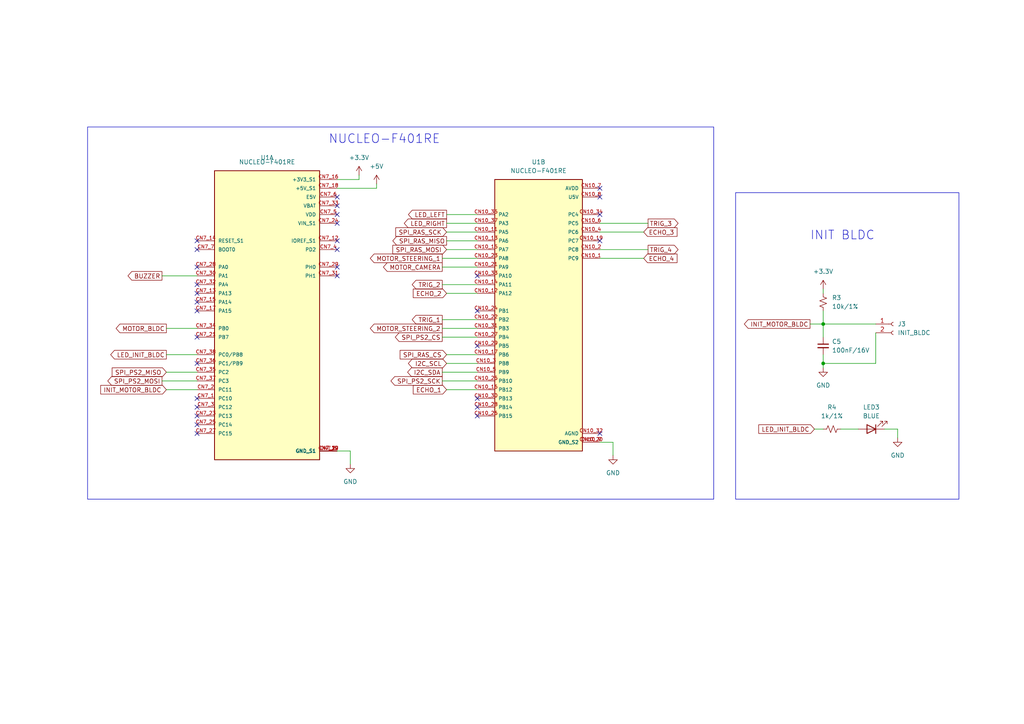
<source format=kicad_sch>
(kicad_sch (version 20230121) (generator eeschema)
  (paper "A4")
  (title_block (title "NUCLEO-F401RE") (date "2024-01-30"))
  (lib_symbols
    (symbol "Connector:Conn_01x02_Socket" (pin_names (offset 1.016) hide)
      (property "Reference" "J" (at 0 2.54 0))
      (property "Value" "Conn_01x02_Socket" (at 0 -5.08 0))
      (symbol "Conn_01x02_Socket_1_1"
        (arc (start 0 -2.032) (mid -0.5058 -2.54) (end 0 -3.048) (stroke (width 0.1524)))
        (polyline (pts (xy -1.27 -2.54) (xy -0.508 -2.54)) (stroke (width 0.1524)))
        (polyline (pts (xy -1.27 0) (xy -0.508 0)) (stroke (width 0.1524)))
        (arc (start 0 0.508) (mid -0.5058 0) (end 0 -0.508) (stroke (width 0.1524)))
        (pin passive line (at -5.08 0 0) (length 3.81) (name "Pin_1") (number "1"))
        (pin passive line (at -5.08 -2.54 0) (length 3.81) (name "Pin_2") (number "2"))
      )
    )
    (symbol "Device:C_Small" (pin_numbers hide) (pin_names (offset 0.254) hide)
      (property "Reference" "C" (at 0.254 1.778 0))
      (property "Value" "C_Small" (at 0.254 -2.032 0))
      (symbol "C_Small_0_1"
        (polyline (pts (xy -1.524 -0.508) (xy 1.524 -0.508)) (stroke (width 0.3302)))
        (polyline (pts (xy -1.524 0.508) (xy 1.524 0.508)) (stroke (width 0.3048)))
      )
      (symbol "C_Small_1_1"
        (pin passive line (at 0 2.54 270) (length 2.032) (name "~") (number "1"))
        (pin passive line (at 0 -2.54 90) (length 2.032) (name "~") (number "2"))
      )
    )
    (symbol "Device:LED" (pin_numbers hide) (pin_names (offset 1.016) hide)
      (property "Reference" "D" (at 0 2.54 0))
      (property "Value" "LED" (at 0 -2.54 0))
      (symbol "LED_0_1"
        (polyline (pts (xy -1.27 -1.27) (xy -1.27 1.27)) (stroke (width 0.254)))
        (polyline (pts (xy -1.27 0) (xy 1.27 0)))
        (polyline (pts (xy 1.27 -1.27) (xy 1.27 1.27) (xy -1.27 0) (xy 1.27 -1.27)) (stroke (width 0.254)))
        (polyline (pts (xy -3.048 -0.762) (xy -4.572 -2.286) (xy -3.81 -2.286) (xy -4.572 -2.286) (xy -4.572 -1.524)))
        (polyline (pts (xy -1.778 -0.762) (xy -3.302 -2.286) (xy -2.54 -2.286) (xy -3.302 -2.286) (xy -3.302 -1.524)))
      )
      (symbol "LED_1_1"
        (pin passive line (at -3.81 0 0) (length 2.54) (name "K") (number "1"))
        (pin passive line (at 3.81 0 180) (length 2.54) (name "A") (number "2"))
      )
    )
    (symbol "Device:R_Small_US" (pin_numbers hide) (pin_names (offset 0.254) hide)
      (property "Reference" "R" (at 0.762 0.508 0))
      (property "Value" "R_Small_US" (at 0.762 -1.016 0))
      (symbol "R_Small_US_1_1"
        (polyline (pts (xy 0 0) (xy 1.016 -0.381) (xy 0 -0.762) (xy -1.016 -1.143) (xy 0 -1.524)))
        (polyline (pts (xy 0 1.524) (xy 1.016 1.143) (xy 0 0.762) (xy -1.016 0.381) (xy 0 0)))
        (pin passive line (at 0 2.54 270) (length 1.016) (name "~") (number "1"))
        (pin passive line (at 0 -2.54 90) (length 1.016) (name "~") (number "2"))
      )
    )
    (symbol "NUCLEO-F401RE:NUCLEO-F401RE" (pin_names (offset 1.016))
      (property "Reference" "U" (at -15.24 41.91 0))
      (property "Value" "NUCLEO-F401RE" (at -15.24 -44.45 0))
      (symbol "NUCLEO-F401RE_1_0"
        (rectangle (start -15.24 -43.18) (end 15.24 40.64) (stroke (width 0.254)) (fill (type background)))
        (pin bidirectional line (at -20.32 -25.4 0) (length 5.08) (name "PC10") (number "CN7_1"))
        (pin bidirectional line (at 20.32 20.32 180) (length 5.08) (name "IOREF_S1") (number "CN7_12"))
        (pin bidirectional line (at -20.32 5.08 0) (length 5.08) (name "PA13") (number "CN7_13"))
        (pin bidirectional line (at -20.32 20.32 0) (length 5.08) (name "RESET_S1") (number "CN7_14"))
        (pin bidirectional line (at -20.32 2.54 0) (length 5.08) (name "PA14") (number "CN7_15"))
        (pin power_in line (at 20.32 38.1 180) (length 5.08) (name "+3V3_S1") (number "CN7_16"))
        (pin bidirectional line (at -20.32 0 0) (length 5.08) (name "PA15") (number "CN7_17"))
        (pin power_in line (at 20.32 35.56 180) (length 5.08) (name "+5V_S1") (number "CN7_18"))
        (pin power_in line (at 20.32 -40.64 180) (length 5.08) (name "GND_S1") (number "CN7_19"))
        (pin bidirectional line (at -20.32 -22.86 0) (length 5.08) (name "PC11") (number "CN7_2"))
        (pin power_in line (at 20.32 -40.64 180) (length 5.08) (name "GND_S1") (number "CN7_20"))
        (pin bidirectional line (at -20.32 -7.62 0) (length 5.08) (name "PB7") (number "CN7_21"))
        (pin power_in line (at 20.32 -40.64 180) (length 5.08) (name "GND_S1") (number "CN7_22"))
        (pin bidirectional line (at -20.32 -30.48 0) (length 5.08) (name "PC13") (number "CN7_23"))
        (pin power_in line (at 20.32 25.4 180) (length 5.08) (name "VIN_S1") (number "CN7_24"))
        (pin bidirectional line (at -20.32 -33.02 0) (length 5.08) (name "PC14") (number "CN7_25"))
        (pin bidirectional line (at -20.32 -35.56 0) (length 5.08) (name "PC15") (number "CN7_27"))
        (pin bidirectional line (at -20.32 12.7 0) (length 5.08) (name "PA0") (number "CN7_28"))
        (pin bidirectional line (at 20.32 12.7 180) (length 5.08) (name "PH0") (number "CN7_29"))
        (pin bidirectional line (at -20.32 -27.94 0) (length 5.08) (name "PC12") (number "CN7_3"))
        (pin bidirectional line (at -20.32 10.16 0) (length 5.08) (name "PA1") (number "CN7_30"))
        (pin bidirectional line (at 20.32 10.16 180) (length 5.08) (name "PH1") (number "CN7_31"))
        (pin bidirectional line (at -20.32 7.62 0) (length 5.08) (name "PA4") (number "CN7_32"))
        (pin power_in line (at 20.32 30.48 180) (length 5.08) (name "VBAT") (number "CN7_33"))
        (pin bidirectional line (at -20.32 -5.08 0) (length 5.08) (name "PB0") (number "CN7_34"))
        (pin bidirectional line (at -20.32 -17.78 0) (length 5.08) (name "PC2") (number "CN7_35"))
        (pin bidirectional line (at -20.32 -15.24 0) (length 5.08) (name "PC1/PB9") (number "CN7_36"))
        (pin bidirectional line (at -20.32 -20.32 0) (length 5.08) (name "PC3") (number "CN7_37"))
        (pin bidirectional line (at -20.32 -12.7 0) (length 5.08) (name "PC0/PB8") (number "CN7_38"))
        (pin bidirectional line (at 20.32 17.78 180) (length 5.08) (name "PD2") (number "CN7_4"))
        (pin power_in line (at 20.32 27.94 180) (length 5.08) (name "VDD") (number "CN7_5"))
        (pin power_in line (at 20.32 33.02 180) (length 5.08) (name "E5V") (number "CN7_6"))
        (pin bidirectional line (at -20.32 17.78 0) (length 5.08) (name "BOOT0") (number "CN7_7"))
        (pin power_in line (at 20.32 -40.64 180) (length 5.08) (name "GND_S1") (number "CN7_8"))
      )
      (symbol "NUCLEO-F401RE_2_0"
        (rectangle (start -12.7 -40.64) (end 12.7 38.1) (stroke (width 0.254)) (fill (type background)))
        (pin bidirectional line (at 17.78 15.24 180) (length 5.08) (name "PC9") (number "CN10_1"))
        (pin bidirectional line (at -17.78 22.86 0) (length 5.08) (name "PA5") (number "CN10_11"))
        (pin bidirectional line (at -17.78 5.08 0) (length 5.08) (name "PA12") (number "CN10_12"))
        (pin bidirectional line (at -17.78 20.32 0) (length 5.08) (name "PA6") (number "CN10_13"))
        (pin bidirectional line (at -17.78 7.62 0) (length 5.08) (name "PA11") (number "CN10_14"))
        (pin bidirectional line (at -17.78 17.78 0) (length 5.08) (name "PA7") (number "CN10_15"))
        (pin bidirectional line (at -17.78 -22.86 0) (length 5.08) (name "PB12") (number "CN10_16"))
        (pin bidirectional line (at -17.78 -12.7 0) (length 5.08) (name "PB6") (number "CN10_17"))
        (pin bidirectional line (at 17.78 20.32 180) (length 5.08) (name "PC7") (number "CN10_19"))
        (pin bidirectional line (at 17.78 17.78 180) (length 5.08) (name "PC8") (number "CN10_2"))
        (pin power_in line (at 17.78 -38.1 180) (length 5.08) (name "GND_S2") (number "CN10_20"))
        (pin bidirectional line (at -17.78 12.7 0) (length 5.08) (name "PA9") (number "CN10_21"))
        (pin bidirectional line (at -17.78 -2.54 0) (length 5.08) (name "PB2") (number "CN10_22"))
        (pin bidirectional line (at -17.78 15.24 0) (length 5.08) (name "PA8") (number "CN10_23"))
        (pin bidirectional line (at -17.78 0 0) (length 5.08) (name "PB1") (number "CN10_24"))
        (pin bidirectional line (at -17.78 -20.32 0) (length 5.08) (name "PB10") (number "CN10_25"))
        (pin bidirectional line (at -17.78 -30.48 0) (length 5.08) (name "PB15") (number "CN10_26"))
        (pin bidirectional line (at -17.78 -7.62 0) (length 5.08) (name "PB4") (number "CN10_27"))
        (pin bidirectional line (at -17.78 -27.94 0) (length 5.08) (name "PB14") (number "CN10_28"))
        (pin bidirectional line (at -17.78 -10.16 0) (length 5.08) (name "PB5") (number "CN10_29"))
        (pin bidirectional line (at -17.78 -15.24 0) (length 5.08) (name "PB8") (number "CN10_3"))
        (pin bidirectional line (at -17.78 -25.4 0) (length 5.08) (name "PB13") (number "CN10_30"))
        (pin bidirectional line (at -17.78 -5.08 0) (length 5.08) (name "PB3") (number "CN10_31"))
        (pin power_in line (at 17.78 -35.56 180) (length 5.08) (name "AGND") (number "CN10_32"))
        (pin bidirectional line (at -17.78 10.16 0) (length 5.08) (name "PA10") (number "CN10_33"))
        (pin bidirectional line (at 17.78 27.94 180) (length 5.08) (name "PC4") (number "CN10_34"))
        (pin bidirectional line (at -17.78 27.94 0) (length 5.08) (name "PA2") (number "CN10_35"))
        (pin bidirectional line (at -17.78 25.4 0) (length 5.08) (name "PA3") (number "CN10_37"))
        (pin bidirectional line (at 17.78 22.86 180) (length 5.08) (name "PC6") (number "CN10_4"))
        (pin bidirectional line (at -17.78 -17.78 0) (length 5.08) (name "PB9") (number "CN10_5"))
        (pin bidirectional line (at 17.78 25.4 180) (length 5.08) (name "PC5") (number "CN10_6"))
        (pin power_in line (at 17.78 35.56 180) (length 5.08) (name "AVDD") (number "CN10_7"))
        (pin power_in line (at 17.78 33.02 180) (length 5.08) (name "U5V") (number "CN10_8"))
        (pin power_in line (at 17.78 -38.1 180) (length 5.08) (name "GND_S2") (number "CN10_9"))
      )
    )
    (symbol "power:+3.3V" (power) (pin_names (offset 0))
      (property "Value" "+3.3V" (at 0 3.556 0))
      (symbol "+3.3V_0_1"
        (polyline (pts (xy -0.762 1.27) (xy 0 2.54)))
        (polyline (pts (xy 0 0) (xy 0 2.54)))
        (polyline (pts (xy 0 2.54) (xy 0.762 1.27)))
      )
      (symbol "+3.3V_1_1"
        (pin power_in line (at 0 0 90) (length 0) hide (name "+3.3V") (number "1"))
      )
    )
    (symbol "power:+5V" (power) (pin_names (offset 0))
      (property "Value" "+5V" (at 0 3.556 0))
      (symbol "+5V_0_1"
        (polyline (pts (xy -0.762 1.27) (xy 0 2.54)))
        (polyline (pts (xy 0 0) (xy 0 2.54)))
        (polyline (pts (xy 0 2.54) (xy 0.762 1.27)))
      )
      (symbol "+5V_1_1"
        (pin power_in line (at 0 0 90) (length 0) hide (name "+5V") (number "1"))
      )
    )
    (symbol "power:GND" (power) (pin_names (offset 0))
      (property "Value" "GND" (at 0 -3.81 0))
      (symbol "GND_0_1"
        (polyline (pts (xy 0 0) (xy 0 -1.27) (xy 1.27 -1.27) (xy 0 -2.54) (xy -1.27 -1.27) (xy 0 -1.27)))
      )
      (symbol "GND_1_1"
        (pin power_in line (at 0 0 270) (length 0) hide (name "GND") (number "1"))
      )
    )
  )
  (junction (at 238.76 105.41))
  (junction (at 238.76 93.98))
  (no_connect (at 138.43 80.01))
  (no_connect (at 97.79 59.69))
  (no_connect (at 173.99 125.73))
  (no_connect (at 57.15 123.19))
  (no_connect (at 97.79 77.47))
  (no_connect (at 57.15 105.41))
  (no_connect (at 57.15 77.47))
  (no_connect (at 97.79 57.15))
  (no_connect (at 57.15 97.79))
  (no_connect (at 97.79 69.85))
  (no_connect (at 57.15 72.39))
  (no_connect (at 173.99 62.23))
  (no_connect (at 57.15 115.57))
  (no_connect (at 57.15 85.09))
  (no_connect (at 57.15 90.17))
  (no_connect (at 97.79 80.01))
  (no_connect (at 57.15 118.11))
  (no_connect (at 138.43 90.17))
  (no_connect (at 57.15 69.85))
  (no_connect (at 57.15 87.63))
  (no_connect (at 97.79 72.39))
  (no_connect (at 173.99 69.85))
  (no_connect (at 57.15 120.65))
  (no_connect (at 138.43 118.11))
  (no_connect (at 173.99 54.61))
  (no_connect (at 138.43 100.33))
  (no_connect (at 97.79 64.77))
  (no_connect (at 138.43 120.65))
  (no_connect (at 97.79 62.23))
  (no_connect (at 138.43 115.57))
  (no_connect (at 173.99 57.15))
  (no_connect (at 57.15 82.55))
  (no_connect (at 57.15 125.73))
  (wire (pts (xy 234.95 93.98) (xy 238.76 93.98)))
  (wire (pts (xy 128.27 74.93) (xy 138.43 74.93)))
  (wire (pts (xy 173.99 74.93) (xy 186.69 74.93)))
  (wire (pts (xy 129.54 105.41) (xy 138.43 105.41)))
  (wire (pts (xy 129.54 64.77) (xy 138.43 64.77)))
  (wire (pts (xy 243.84 124.46) (xy 248.92 124.46)))
  (wire (pts (xy 177.8 128.27) (xy 177.8 132.08)))
  (wire (pts (xy 238.76 85.09) (xy 238.76 83.82)))
  (wire (pts (xy 260.35 124.46) (xy 256.54 124.46)))
  (wire (pts (xy 129.54 69.85) (xy 138.43 69.85)))
  (wire (pts (xy 101.6 130.81) (xy 101.6 134.62)))
  (wire (pts (xy 260.35 127) (xy 260.35 124.46)))
  (wire (pts (xy 128.27 77.47) (xy 138.43 77.47)))
  (wire (pts (xy 128.27 107.95) (xy 138.43 107.95)))
  (wire (pts (xy 46.99 110.49) (xy 57.15 110.49)))
  (wire (pts (xy 129.54 113.03) (xy 138.43 113.03)))
  (wire (pts (xy 128.27 110.49) (xy 138.43 110.49)))
  (wire (pts (xy 129.54 67.31) (xy 138.43 67.31)))
  (wire (pts (xy 173.99 67.31) (xy 186.69 67.31)))
  (wire (pts (xy 101.6 130.81) (xy 97.79 130.81)))
  (wire (pts (xy 104.14 52.07) (xy 104.14 50.8)))
  (wire (pts (xy 48.26 113.03) (xy 57.15 113.03)))
  (wire (pts (xy 48.26 107.95) (xy 57.15 107.95)))
  (wire (pts (xy 173.99 64.77) (xy 187.96 64.77)))
  (wire (pts (xy 177.8 128.27) (xy 173.99 128.27)))
  (wire (pts (xy 128.27 97.79) (xy 138.43 97.79)))
  (wire (pts (xy 254 96.52) (xy 254 105.41)))
  (wire (pts (xy 128.27 82.55) (xy 138.43 82.55)))
  (wire (pts (xy 104.14 52.07) (xy 97.79 52.07)))
  (wire (pts (xy 97.79 54.61) (xy 109.22 54.61)))
  (wire (pts (xy 129.54 72.39) (xy 138.43 72.39)))
  (wire (pts (xy 129.54 85.09) (xy 138.43 85.09)))
  (wire (pts (xy 238.76 124.46) (xy 236.22 124.46)))
  (wire (pts (xy 48.26 95.25) (xy 57.15 95.25)))
  (wire (pts (xy 238.76 93.98) (xy 254 93.98)))
  (wire (pts (xy 129.54 62.23) (xy 138.43 62.23)))
  (wire (pts (xy 57.15 102.87) (xy 48.26 102.87)))
  (wire (pts (xy 128.27 95.25) (xy 138.43 95.25)))
  (wire (pts (xy 46.99 80.01) (xy 57.15 80.01)))
  (wire (pts (xy 238.76 105.41) (xy 238.76 106.68)))
  (wire (pts (xy 238.76 105.41) (xy 254 105.41)))
  (wire (pts (xy 128.27 92.71) (xy 138.43 92.71)))
  (wire (pts (xy 129.54 102.87) (xy 138.43 102.87)))
  (wire (pts (xy 238.76 93.98) (xy 238.76 97.79)))
  (wire (pts (xy 109.22 54.61) (xy 109.22 53.34)))
  (wire (pts (xy 238.76 90.17) (xy 238.76 93.98)))
  (wire (pts (xy 238.76 102.87) (xy 238.76 105.41)))
  (wire (pts (xy 173.99 72.39) (xy 187.96 72.39)))
  (rectangle (start 213.36 55.88) (end 278.13 144.78))
  (rectangle (start 25.4 36.83) (end 207.01 144.78))
  (text "INIT BLDC" (at 234.95 69.85 0) (effects (font (size 2.54 2.54)) (justify left bottom)))
  (text "NUCLEO-F401RE" (at 95.25 41.91 0) (effects (font (size 2.54 2.54)) (justify left bottom)))
  (global_label "LED_RIGHT" (shape output) (at 129.54 64.77 180) (property "Intersheetrefs" "${INTERSHEET_REFS}" (effects hide)))
  (global_label "SPI_RAS_MOSI" (shape input) (at 129.54 72.39 180) (property "Intersheetrefs" "${INTERSHEET_REFS}" (effects hide)))
  (global_label "SPI_PS2_MOSI" (shape output) (at 46.99 110.49 180) (property "Intersheetrefs" "${INTERSHEET_REFS}" (effects hide)))
  (global_label "TRIG_3" (shape output) (at 187.96 64.77 0) (property "Intersheetrefs" "${INTERSHEET_REFS}" (effects hide)))
  (global_label "MOTOR_CAMERA" (shape output) (at 128.27 77.47 180) (property "Intersheetrefs" "${INTERSHEET_REFS}" (effects hide)))
  (global_label "I2C_SCL" (shape bidirectional) (at 129.54 105.41 180) (property "Intersheetrefs" "${INTERSHEET_REFS}" (effects hide)))
  (global_label "SPI_PS2_MISO" (shape input) (at 48.26 107.95 180) (property "Intersheetrefs" "${INTERSHEET_REFS}" (effects hide)))
  (global_label "MOTOR_STEERING_2" (shape output) (at 128.27 95.25 180) (property "Intersheetrefs" "${INTERSHEET_REFS}" (effects hide)))
  (global_label "SPI_PS2_CS" (shape output) (at 128.27 97.79 180) (property "Intersheetrefs" "${INTERSHEET_REFS}" (effects hide)))
  (global_label "I2C_SDA" (shape output) (at 128.27 107.95 180) (property "Intersheetrefs" "${INTERSHEET_REFS}" (effects hide)))
  (global_label "INIT_MOTOR_BLDC" (shape input) (at 48.26 113.03 180) (property "Intersheetrefs" "${INTERSHEET_REFS}" (effects hide)))
  (global_label "SPI_RAS_SCK" (shape input) (at 129.54 67.31 180) (property "Intersheetrefs" "${INTERSHEET_REFS}" (effects hide)))
  (global_label "ECHO_1" (shape input) (at 129.54 113.03 180) (property "Intersheetrefs" "${INTERSHEET_REFS}" (effects hide)))
  (global_label "MOTOR_BLDC" (shape output) (at 48.26 95.25 180) (property "Intersheetrefs" "${INTERSHEET_REFS}" (effects hide)))
  (global_label "LED_INIT_BLDC" (shape input) (at 236.22 124.46 180) (property "Intersheetrefs" "${INTERSHEET_REFS}" (effects hide)))
  (global_label "TRIG_1" (shape output) (at 128.27 92.71 180) (property "Intersheetrefs" "${INTERSHEET_REFS}" (effects hide)))
  (global_label "ECHO_4" (shape input) (at 186.69 74.93 0) (property "Intersheetrefs" "${INTERSHEET_REFS}" (effects hide)))
  (global_label "LED_INIT_BLDC" (shape output) (at 48.26 102.87 180) (property "Intersheetrefs" "${INTERSHEET_REFS}" (effects hide)))
  (global_label "LED_LEFT" (shape output) (at 129.54 62.23 180) (property "Intersheetrefs" "${INTERSHEET_REFS}" (effects hide)))
  (global_label "TRIG_4" (shape output) (at 187.96 72.39 0) (property "Intersheetrefs" "${INTERSHEET_REFS}" (effects hide)))
  (global_label "BUZZER" (shape output) (at 46.99 80.01 180) (property "Intersheetrefs" "${INTERSHEET_REFS}" (effects hide)))
  (global_label "SPI_RAS_MISO" (shape output) (at 129.54 69.85 180) (property "Intersheetrefs" "${INTERSHEET_REFS}" (effects hide)))
  (global_label "ECHO_2" (shape input) (at 129.54 85.09 180) (property "Intersheetrefs" "${INTERSHEET_REFS}" (effects hide)))
  (global_label "MOTOR_STEERING_1" (shape output) (at 128.27 74.93 180) (property "Intersheetrefs" "${INTERSHEET_REFS}" (effects hide)))
  (global_label "INIT_MOTOR_BLDC" (shape output) (at 234.95 93.98 180) (property "Intersheetrefs" "${INTERSHEET_REFS}" (effects hide)))
  (global_label "SPI_PS2_SCK" (shape output) (at 128.27 110.49 180) (property "Intersheetrefs" "${INTERSHEET_REFS}" (effects hide)))
  (global_label "ECHO_3" (shape input) (at 186.69 67.31 0) (property "Intersheetrefs" "${INTERSHEET_REFS}" (effects hide)))
  (global_label "SPI_RAS_CS" (shape input) (at 129.54 102.87 180) (property "Intersheetrefs" "${INTERSHEET_REFS}" (effects hide)))
  (global_label "TRIG_2" (shape output) (at 128.27 82.55 180) (property "Intersheetrefs" "${INTERSHEET_REFS}" (effects hide)))
  (symbol (lib_id "power:+3.3V") (at 238.76 83.82 0) (unit 1)
    (property "Reference" "#PWR012" (effects hide))
    (property "Value" "+3.3V" (at 238.76 78.74 0))
  )
  (symbol (lib_id "Device:R_Small_US") (at 238.76 87.63 0) (unit 1)
    (property "Reference" "R3" (at 241.3 86.36 0) (effects (justify left)))
    (property "Value" "10k/1%" (at 241.3 88.9 0) (effects (justify left)))
    (property "Footprint" "Resistor_SMD:R_0603_1608Metric_Pad0.98x0.95mm_HandSolder" (effects hide))
    (property "URL" "https://www.thegioiic.com/dien-tro-10-kohm-0603-1-" (effects hide))
    (instances (project "BFMC" (path "" (reference "R3") (unit 1))) (project "Brightness_Meter" (path "" (reference "R16") (unit 1))))
  )
  (symbol (lib_id "NUCLEO-F401RE:NUCLEO-F401RE") (at 156.21 90.17 0) (unit 2)
    (property "Reference" "U1" (at 156.21 46.99 0))
    (property "Value" "NUCLEO-F401RE" (at 156.21 49.53 0))
    (property "Footprint" "NUCLEO-F401RE:ST_NUCLEO-F401RE" (effects hide))
    (property "MF" "STMicroelectronics" (effects hide))
    (property "MAXIMUM_PACKAGE_HEIGHT" "N/A" (effects hide))
    (property "Package" "None" (effects hide))
    (property "Price" "None" (effects hide))
    (property "Check_prices" "https://www.snapeda.com/parts/NUCLEO-F401RE/STMicroelectronics/view-part/?ref=eda" (effects hide))
    (property "STANDARD" "Manufacturer Recommendations" (effects hide))
    (property "PARTREV" "13" (effects hide))
    (property "SnapEDA_Link" "https://www.snapeda.com/parts/NUCLEO-F401RE/STMicroelectronics/view-part/?ref=snap" (effects hide))
    (property "MP" "NUCLEO-F401RE" (effects hide))
    (property "Purchase-URL" "https://www.snapeda.com/api/url_track_click_mouser/?unipart_id=329267&manufacturer=STMicroelectronics&part_name=NUCLEO-F401RE&search_term=None" (effects hide))
    (property "Description" "\nSTM32F401RE, mbed-Enabled Development Nucleo-64 STM32F4 ARM® Cortex®-M4 MCU 32-Bit Embedded Evaluation Board\n" (effects hide))
    (property "Availability" "In Stock" (effects hide))
    (property "MANUFACTURER" "STMicroelectronics" (effects hide))
  )
  (symbol (lib_id "Device:LED") (at 252.73 124.46 180) (unit 1)
    (property "Reference" "LED3" (at 252.73 118.11 0))
    (property "Value" "BLUE" (at 252.73 120.65 0))
    (property "Footprint" "LED_SMD:LED_1206_3216Metric_Pad1.42x1.75mm_HandSolder" (effects hide))
    (property "URL" "https://www.thegioiic.com/led-cam-1206-dan-smd-trong-suot" (effects hide))
    (instances (project "BFMC" (path "" (reference "LED3") (unit 1))) (project "Brightness_Meter" (path "" (reference "5V2") (unit 1))))
  )
  (symbol (lib_id "power:+3.3V") (at 104.14 50.8 0) (unit 1)
    (property "Reference" "#PWR09" (effects hide))
    (property "Value" "+3.3V" (at 104.14 45.72 0))
  )
  (symbol (lib_id "power:GND") (at 238.76 106.68 0) (unit 1)
    (property "Reference" "#PWR013" (effects hide))
    (property "Value" "GND" (at 238.76 111.76 0))
  )
  (symbol (lib_id "NUCLEO-F401RE:NUCLEO-F401RE") (at 77.47 90.17 0) (unit 1)
    (property "Reference" "U1" (at 77.47 45.72 0))
    (property "Value" "NUCLEO-F401RE" (at 77.47 46.99 0))
    (property "Footprint" "NUCLEO-F401RE:ST_NUCLEO-F401RE" (effects hide))
    (property "MF" "STMicroelectronics" (effects hide))
    (property "MAXIMUM_PACKAGE_HEIGHT" "N/A" (effects hide))
    (property "Package" "None" (effects hide))
    (property "Price" "None" (effects hide))
    (property "Check_prices" "https://www.snapeda.com/parts/NUCLEO-F401RE/STMicroelectronics/view-part/?ref=eda" (effects hide))
    (property "STANDARD" "Manufacturer Recommendations" (effects hide))
    (property "PARTREV" "13" (effects hide))
    (property "SnapEDA_Link" "https://www.snapeda.com/parts/NUCLEO-F401RE/STMicroelectronics/view-part/?ref=snap" (effects hide))
    (property "MP" "NUCLEO-F401RE" (effects hide))
    (property "Purchase-URL" "https://www.snapeda.com/api/url_track_click_mouser/?unipart_id=329267&manufacturer=STMicroelectronics&part_name=NUCLEO-F401RE&search_term=None" (effects hide))
    (property "Description" "\nSTM32F401RE, mbed-Enabled Development Nucleo-64 STM32F4 ARM® Cortex®-M4 MCU 32-Bit Embedded Evaluation Board\n" (effects hide))
    (property "Availability" "In Stock" (effects hide))
    (property "MANUFACTURER" "STMicroelectronics" (effects hide))
  )
  (symbol (lib_id "Connector:Conn_01x02_Socket") (at 259.08 93.98 0) (unit 1)
    (property "Reference" "J3" (at 260.35 93.98 0) (effects (justify left)))
    (property "Value" "INIT_BLDC" (at 260.35 96.52 0) (effects (justify left)))
    (property "Footprint" "Connector_XH_2:au_XH_2.54mm_2_Chan_Dan_SMD_Nam_Ngang" (effects hide))
    (property "URL" "https://www.thegioiic.com/dau-xh-2-54mm-2-chan-dan-smd-nam-ngang" (effects hide))
  )
  (symbol (lib_id "power:GND") (at 260.35 127 0) (unit 1)
    (property "Reference" "#PWR014" (effects hide))
    (property "Value" "GND" (at 260.35 132.08 0))
    (instances (project "BFMC" (path "" (reference "#PWR014") (unit 1))) (project "Brightness_Meter" (path "" (reference "#PWR065") (unit 1))))
  )
  (symbol (lib_id "Device:R_Small_US") (at 241.3 124.46 90) (unit 1)
    (property "Reference" "R4" (at 241.3 118.11 90))
    (property "Value" "1k/1%" (at 241.3 120.65 90))
    (property "Footprint" "Resistor_SMD:R_0603_1608Metric_Pad0.98x0.95mm_HandSolder" (effects hide))
    (property "URL" "https://www.thegioiic.com/dien-tro-1-kohm-0603-1-" (effects hide))
    (instances (project "BFMC" (path "" (reference "R4") (unit 1))) (project "Brightness_Meter" (path "" (reference "R18") (unit 1)) (path "" (reference "R37") (unit 1))))
  )
  (symbol (lib_id "power:GND") (at 101.6 134.62 0) (unit 1)
    (property "Reference" "#PWR08" (effects hide))
    (property "Value" "GND" (at 101.6 139.7 0))
  )
  (symbol (lib_id "power:+5V") (at 109.22 53.34 0) (unit 1)
    (property "Reference" "#PWR010" (effects hide))
    (property "Value" "+5V" (at 109.22 48.26 0))
  )
  (symbol (lib_id "Device:C_Small") (at 238.76 100.33 0) (unit 1)
    (property "Reference" "C5" (at 241.3 99.0663 0) (effects (justify left)))
    (property "Value" "100nF/16V" (at 241.3 101.6063 0) (effects (justify left)))
    (property "Footprint" "Capacitor_SMD:C_0603_1608Metric_Pad1.08x0.95mm_HandSolder" (effects hide))
    (property "URL" "https://www.thegioiic.com/tu-gom-0603-100nf-0-1uf-16v" (effects hide))
    (instances (project "BFMC" (path "" (reference "C5") (unit 1))) (project "Brightness_Meter" (path "" (reference "C16") (unit 1)) (path "" (reference "C21") (unit 1))))
  )
  (symbol (lib_id "power:GND") (at 177.8 132.08 0) (unit 1)
    (property "Reference" "#PWR011" (effects hide))
    (property "Value" "GND" (at 177.8 137.16 0))
  )
)
</source>
